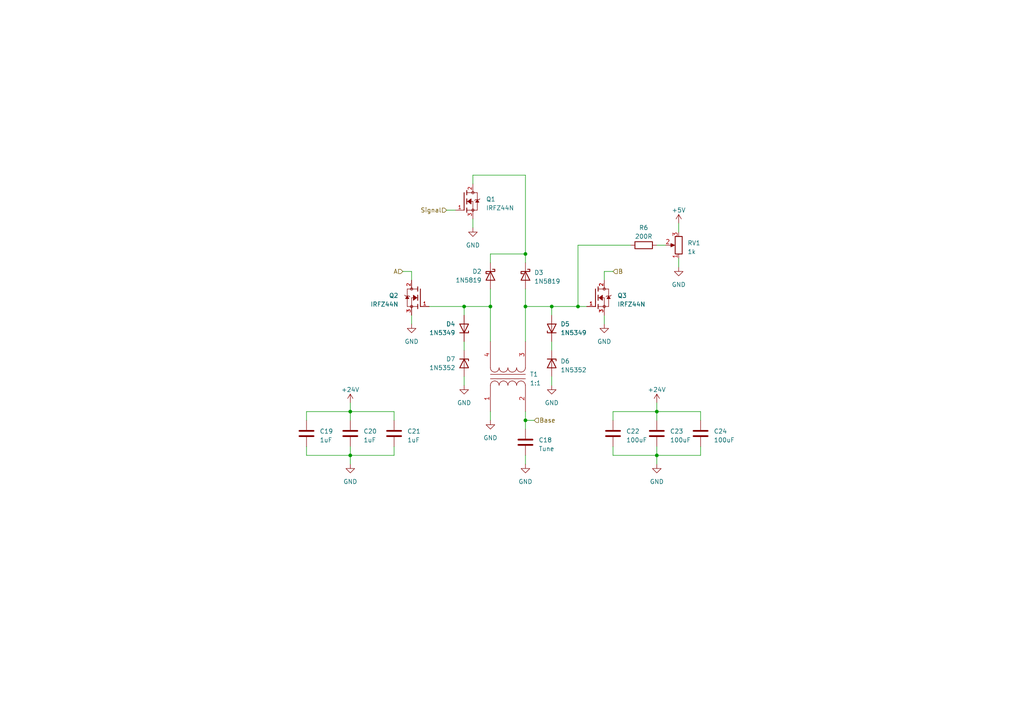
<source format=kicad_sch>
(kicad_sch (version 20230121) (generator eeschema)
  (paper "A4")
  (lib_symbols
    (symbol "Device:C" (pin_numbers hide) (pin_names (offset 0.254))
      (property "Reference" "C" (at 0.635 2.54 0))
      (property "Value" "C" (at 0.635 -2.54 0))
      (symbol "C_0_1"
        (polyline (pts (xy -2.032 -0.762) (xy 2.032 -0.762)) (stroke (width 0.508)))
        (polyline (pts (xy -2.032 0.762) (xy 2.032 0.762)) (stroke (width 0.508)))
      )
      (symbol "C_1_1"
        (pin passive line (at 0 3.81 270) (length 2.794) (name "~") (number "1"))
        (pin passive line (at 0 -3.81 90) (length 2.794) (name "~") (number "2"))
      )
    )
    (symbol "Device:D_Zener" (pin_numbers hide) (pin_names (offset 1.016) hide)
      (property "Reference" "D" (at 0 2.54 0))
      (property "Value" "D_Zener" (at 0 -2.54 0))
      (symbol "D_Zener_0_1"
        (polyline (pts (xy 1.27 0) (xy -1.27 0)))
        (polyline (pts (xy -1.27 -1.27) (xy -1.27 1.27) (xy -0.762 1.27)) (stroke (width 0.254)))
        (polyline (pts (xy 1.27 -1.27) (xy 1.27 1.27) (xy -1.27 0) (xy 1.27 -1.27)) (stroke (width 0.254)))
      )
      (symbol "D_Zener_1_1"
        (pin passive line (at -3.81 0 0) (length 2.54) (name "K") (number "1"))
        (pin passive line (at 3.81 0 180) (length 2.54) (name "A") (number "2"))
      )
    )
    (symbol "Device:R" (pin_numbers hide) (pin_names (offset 0))
      (property "Reference" "R" (at 2.032 0 90))
      (property "Value" "R" (at 0 0 90))
      (symbol "R_0_1"
        (rectangle (start -1.016 -2.54) (end 1.016 2.54) (stroke (width 0.254)))
      )
      (symbol "R_1_1"
        (pin passive line (at 0 3.81 270) (length 1.27) (name "~") (number "1"))
        (pin passive line (at 0 -3.81 90) (length 1.27) (name "~") (number "2"))
      )
    )
    (symbol "Device:R_Potentiometer" (pin_names (offset 1.016) hide)
      (property "Reference" "RV" (at -4.445 0 90))
      (property "Value" "R_Potentiometer" (at -2.54 0 90))
      (symbol "R_Potentiometer_0_1"
        (polyline (pts (xy 2.54 0) (xy 1.524 0)))
        (polyline (pts (xy 1.143 0) (xy 2.286 0.508) (xy 2.286 -0.508) (xy 1.143 0)) (fill (type outline)))
        (rectangle (start 1.016 2.54) (end -1.016 -2.54) (stroke (width 0.254)))
      )
      (symbol "R_Potentiometer_1_1"
        (pin passive line (at 0 3.81 270) (length 1.27) (name "1") (number "1"))
        (pin passive line (at 3.81 0 180) (length 1.27) (name "2") (number "2"))
        (pin passive line (at 0 -3.81 90) (length 1.27) (name "3") (number "3"))
      )
    )
    (symbol "Device:Transformer_1P_1S" (pin_names (offset 1.016) hide)
      (property "Reference" "T" (at 0 6.35 0))
      (property "Value" "Transformer_1P_1S" (at 0 -7.62 0))
      (symbol "Transformer_1P_1S_0_1"
        (arc (start -2.54 -5.0546) (mid -1.6599 -4.6901) (end -1.27 -3.81))
        (arc (start -2.54 -2.5146) (mid -1.6599 -2.1501) (end -1.27 -1.27))
        (arc (start -2.54 0.0254) (mid -1.6599 0.3899) (end -1.27 1.27))
        (arc (start -2.54 2.5654) (mid -1.6599 2.9299) (end -1.27 3.81))
        (arc (start -1.27 -3.81) (mid -1.642 -2.912) (end -2.54 -2.54))
        (arc (start -1.27 -1.27) (mid -1.642 -0.372) (end -2.54 0))
        (arc (start -1.27 1.27) (mid -1.642 2.168) (end -2.54 2.54))
        (arc (start -1.27 3.81) (mid -1.642 4.708) (end -2.54 5.08))
        (polyline (pts (xy -0.635 5.08) (xy -0.635 -5.08)))
        (polyline (pts (xy 0.635 -5.08) (xy 0.635 5.08)))
        (arc (start 1.2954 -1.27) (mid 1.6599 -2.1501) (end 2.54 -2.5146))
        (arc (start 1.2954 1.27) (mid 1.6599 0.3899) (end 2.54 0.0254))
        (arc (start 1.2954 3.81) (mid 1.6599 2.9299) (end 2.54 2.5654))
        (arc (start 1.3208 -3.81) (mid 1.6853 -4.6901) (end 2.5654 -5.0546))
        (arc (start 2.54 0) (mid 1.642 -0.372) (end 1.2954 -1.27))
        (arc (start 2.54 2.54) (mid 1.642 2.168) (end 1.2954 1.27))
        (arc (start 2.54 5.08) (mid 1.642 4.708) (end 1.2954 3.81))
        (arc (start 2.5654 -2.54) (mid 1.6674 -2.912) (end 1.3208 -3.81))
      )
      (symbol "Transformer_1P_1S_1_1"
        (pin passive line (at -10.16 5.08 0) (length 7.62) (name "AA") (number "1"))
        (pin passive line (at -10.16 -5.08 0) (length 7.62) (name "AB") (number "2"))
        (pin passive line (at 10.16 -5.08 180) (length 7.62) (name "SA") (number "3"))
        (pin passive line (at 10.16 5.08 180) (length 7.62) (name "SB") (number "4"))
      )
    )
    (symbol "Diode:1N5819" (pin_numbers hide) (pin_names (offset 1.016) hide)
      (property "Reference" "D" (at 0 2.54 0))
      (property "Value" "1N5819" (at 0 -2.54 0))
      (symbol "1N5819_0_1"
        (polyline (pts (xy 1.27 0) (xy -1.27 0)))
        (polyline (pts (xy 1.27 1.27) (xy 1.27 -1.27) (xy -1.27 0) (xy 1.27 1.27)) (stroke (width 0.254)))
        (polyline (pts (xy -1.905 0.635) (xy -1.905 1.27) (xy -1.27 1.27) (xy -1.27 -1.27) (xy -0.635 -1.27) (xy -0.635 -0.635)) (stroke (width 0.254)))
      )
      (symbol "1N5819_1_1"
        (pin passive line (at -3.81 0 0) (length 2.54) (name "K") (number "1"))
        (pin passive line (at 3.81 0 180) (length 2.54) (name "A") (number "2"))
      )
    )
    (symbol "IRFZ44N:IRFZ44N" (pin_names (offset 1.016))
      (property "Reference" "Q" (at -8.89 2.54 0))
      (property "Value" "IRFZ44N" (at -8.89 -7.62 0))
      (symbol "IRFZ44N_0_0"
        (polyline (pts (xy 0 2.54) (xy 0 -2.54)) (stroke (width 0.254)))
        (polyline (pts (xy 0.762 -2.54) (xy 0.762 -3.175)) (stroke (width 0.254)))
        (polyline (pts (xy 0.762 -1.905) (xy 0.762 -2.54)) (stroke (width 0.254)))
        (polyline (pts (xy 0.762 0) (xy 0.762 -0.762)) (stroke (width 0.254)))
        (polyline (pts (xy 0.762 0) (xy 2.54 0)) (stroke (width 0.1524)))
        (polyline (pts (xy 0.762 0.762) (xy 0.762 0)) (stroke (width 0.254)))
        (polyline (pts (xy 0.762 2.54) (xy 0.762 1.905)) (stroke (width 0.254)))
        (polyline (pts (xy 0.762 2.54) (xy 3.81 2.54)) (stroke (width 0.1524)))
        (polyline (pts (xy 0.762 3.175) (xy 0.762 2.54)) (stroke (width 0.254)))
        (polyline (pts (xy 2.54 -2.54) (xy 0.762 -2.54)) (stroke (width 0.1524)))
        (polyline (pts (xy 2.54 -2.54) (xy 3.81 -2.54)) (stroke (width 0.1524)))
        (polyline (pts (xy 2.54 0) (xy 2.54 -2.54)) (stroke (width 0.1524)))
        (polyline (pts (xy 3.302 0.508) (xy 3.048 0.254)) (stroke (width 0.1524)))
        (polyline (pts (xy 3.81 0.508) (xy 3.302 0.508)) (stroke (width 0.1524)))
        (polyline (pts (xy 3.81 0.508) (xy 3.81 -2.54)) (stroke (width 0.1524)))
        (polyline (pts (xy 3.81 2.54) (xy 3.81 0.508)) (stroke (width 0.1524)))
        (polyline (pts (xy 4.318 0.508) (xy 3.81 0.508)) (stroke (width 0.1524)))
        (polyline (pts (xy 4.572 0.762) (xy 4.318 0.508)) (stroke (width 0.1524)))
        (polyline (pts (xy 1.016 0) (xy 2.032 0.762) (xy 2.032 -0.762) (xy 1.016 0)) (stroke (width 0.1524)) (fill (type outline)))
        (polyline (pts (xy 3.81 0.508) (xy 3.302 -0.254) (xy 4.318 -0.254) (xy 3.81 0.508)) (stroke (width 0.1524)) (fill (type outline)))
        (circle (center 2.54 -2.54) (radius 0.3592))
        (circle (center 2.54 2.54) (radius 0.3592))
        (pin passive line (at -2.54 -2.54 0) (length 2.54) (name "~") (number "1"))
        (pin passive line (at 2.54 5.08 270) (length 2.54) (name "~") (number "2"))
        (pin passive line (at 2.54 -5.08 90) (length 2.54) (name "~") (number "3"))
      )
    )
    (symbol "power:+24V" (power) (pin_names (offset 0))
      (property "Value" "+24V" (at 0 3.556 0))
      (symbol "+24V_0_1"
        (polyline (pts (xy -0.762 1.27) (xy 0 2.54)))
        (polyline (pts (xy 0 0) (xy 0 2.54)))
        (polyline (pts (xy 0 2.54) (xy 0.762 1.27)))
      )
      (symbol "+24V_1_1"
        (pin power_in line (at 0 0 90) (length 0) hide (name "+24V") (number "1"))
      )
    )
    (symbol "power:+5V" (power) (pin_names (offset 0))
      (property "Value" "+5V" (at 0 3.556 0))
      (symbol "+5V_0_1"
        (polyline (pts (xy -0.762 1.27) (xy 0 2.54)))
        (polyline (pts (xy 0 0) (xy 0 2.54)))
        (polyline (pts (xy 0 2.54) (xy 0.762 1.27)))
      )
      (symbol "+5V_1_1"
        (pin power_in line (at 0 0 90) (length 0) hide (name "+5V") (number "1"))
      )
    )
    (symbol "power:GND" (power) (pin_names (offset 0))
      (property "Value" "GND" (at 0 -3.81 0))
      (symbol "GND_0_1"
        (polyline (pts (xy 0 0) (xy 0 -1.27) (xy 1.27 -1.27) (xy 0 -2.54) (xy -1.27 -1.27) (xy 0 -1.27)))
      )
      (symbol "GND_1_1"
        (pin power_in line (at 0 0 270) (length 0) hide (name "GND") (number "1"))
      )
    )
  )
  (junction (at 101.6 119.38))
  (junction (at 160.02 88.9))
  (junction (at 167.64 88.9))
  (junction (at 152.4 88.9))
  (junction (at 134.62 88.9))
  (junction (at 101.6 132.08))
  (junction (at 142.24 88.9))
  (junction (at 190.5 119.38))
  (junction (at 152.4 73.66))
  (junction (at 190.5 132.08))
  (junction (at 152.4 121.92))
  (wire (pts (xy 177.8 121.92) (xy 177.8 119.38)))
  (wire (pts (xy 152.4 121.92) (xy 154.94 121.92)))
  (wire (pts (xy 182.88 71.12) (xy 167.64 71.12)))
  (wire (pts (xy 160.02 88.9) (xy 160.02 91.44)))
  (wire (pts (xy 101.6 119.38) (xy 114.3 119.38)))
  (wire (pts (xy 190.5 132.08) (xy 203.2 132.08)))
  (wire (pts (xy 190.5 119.38) (xy 190.5 116.84)))
  (wire (pts (xy 134.62 88.9) (xy 142.24 88.9)))
  (wire (pts (xy 134.62 109.22) (xy 134.62 111.76)))
  (wire (pts (xy 177.8 132.08) (xy 177.8 129.54)))
  (wire (pts (xy 142.24 88.9) (xy 142.24 99.06)))
  (wire (pts (xy 88.9 119.38) (xy 88.9 121.92)))
  (wire (pts (xy 160.02 109.22) (xy 160.02 111.76)))
  (wire (pts (xy 142.24 119.38) (xy 142.24 121.92)))
  (wire (pts (xy 160.02 88.9) (xy 167.64 88.9)))
  (wire (pts (xy 142.24 76.2) (xy 142.24 73.66)))
  (wire (pts (xy 190.5 119.38) (xy 203.2 119.38)))
  (wire (pts (xy 137.16 50.8) (xy 137.16 53.34)))
  (wire (pts (xy 175.26 91.44) (xy 175.26 93.98)))
  (wire (pts (xy 190.5 119.38) (xy 190.5 121.92)))
  (wire (pts (xy 203.2 119.38) (xy 203.2 121.92)))
  (wire (pts (xy 152.4 132.08) (xy 152.4 134.62)))
  (wire (pts (xy 152.4 119.38) (xy 152.4 121.92)))
  (wire (pts (xy 152.4 73.66) (xy 152.4 76.2)))
  (wire (pts (xy 196.85 74.93) (xy 196.85 77.47)))
  (wire (pts (xy 152.4 83.82) (xy 152.4 88.9)))
  (wire (pts (xy 160.02 99.06) (xy 160.02 101.6)))
  (wire (pts (xy 101.6 119.38) (xy 88.9 119.38)))
  (wire (pts (xy 101.6 116.84) (xy 101.6 119.38)))
  (wire (pts (xy 175.26 78.74) (xy 177.8 78.74)))
  (wire (pts (xy 167.64 88.9) (xy 170.18 88.9)))
  (wire (pts (xy 101.6 132.08) (xy 101.6 134.62)))
  (wire (pts (xy 190.5 129.54) (xy 190.5 132.08)))
  (wire (pts (xy 129.54 60.96) (xy 132.08 60.96)))
  (wire (pts (xy 114.3 119.38) (xy 114.3 121.92)))
  (wire (pts (xy 124.46 88.9) (xy 134.62 88.9)))
  (wire (pts (xy 152.4 121.92) (xy 152.4 124.46)))
  (wire (pts (xy 167.64 71.12) (xy 167.64 88.9)))
  (wire (pts (xy 152.4 73.66) (xy 152.4 50.8)))
  (wire (pts (xy 177.8 119.38) (xy 190.5 119.38)))
  (wire (pts (xy 152.4 88.9) (xy 160.02 88.9)))
  (wire (pts (xy 196.85 64.77) (xy 196.85 67.31)))
  (wire (pts (xy 190.5 132.08) (xy 177.8 132.08)))
  (wire (pts (xy 190.5 71.12) (xy 193.04 71.12)))
  (wire (pts (xy 152.4 88.9) (xy 152.4 99.06)))
  (wire (pts (xy 101.6 132.08) (xy 114.3 132.08)))
  (wire (pts (xy 134.62 88.9) (xy 134.62 91.44)))
  (wire (pts (xy 203.2 132.08) (xy 203.2 129.54)))
  (wire (pts (xy 101.6 132.08) (xy 88.9 132.08)))
  (wire (pts (xy 142.24 88.9) (xy 142.24 83.82)))
  (wire (pts (xy 137.16 63.5) (xy 137.16 66.04)))
  (wire (pts (xy 101.6 119.38) (xy 101.6 121.92)))
  (wire (pts (xy 119.38 91.44) (xy 119.38 93.98)))
  (wire (pts (xy 142.24 73.66) (xy 152.4 73.66)))
  (wire (pts (xy 175.26 81.28) (xy 175.26 78.74)))
  (wire (pts (xy 114.3 132.08) (xy 114.3 129.54)))
  (wire (pts (xy 116.84 78.74) (xy 119.38 78.74)))
  (wire (pts (xy 134.62 99.06) (xy 134.62 101.6)))
  (wire (pts (xy 88.9 132.08) (xy 88.9 129.54)))
  (wire (pts (xy 101.6 129.54) (xy 101.6 132.08)))
  (wire (pts (xy 190.5 132.08) (xy 190.5 134.62)))
  (wire (pts (xy 152.4 50.8) (xy 137.16 50.8)))
  (wire (pts (xy 119.38 78.74) (xy 119.38 81.28)))
  (hierarchical_label "Signal" (shape input) (at 129.54 60.96 180))
  (hierarchical_label "B" (shape input) (at 177.8 78.74 0))
  (hierarchical_label "A" (shape input) (at 116.84 78.74 180))
  (hierarchical_label "Base" (shape input) (at 154.94 121.92 0))
  (symbol (lib_id "Device:D_Zener") (at 160.02 95.25 90) (unit 1)
    (property "Reference" "D5" (at 162.56 93.98 90) (effects (justify right)))
    (property "Value" "1N5349" (at 162.56 96.52 90) (effects (justify right)))
  )
  (symbol (lib_id "power:GND") (at 190.5 134.62 0) (unit 1)
    (property "Reference" "#PWR045" (effects hide))
    (property "Value" "GND" (at 190.5 139.7 0))
  )
  (symbol (lib_id "Diode:1N5819") (at 152.4 80.01 270) (unit 1)
    (property "Reference" "D3" (at 154.94 79.0575 90) (effects (justify left)))
    (property "Value" "1N5819" (at 154.94 81.5975 90) (effects (justify left)))
    (property "Footprint" "Diode_THT:D_DO-41_SOD81_P10.16mm_Horizontal" (effects hide))
    (property "Datasheet" "http://www.vishay.com/docs/88525/1n5817.pdf" (effects hide))
  )
  (symbol (lib_id "Device:C") (at 101.6 125.73 0) (unit 1)
    (property "Reference" "C20" (at 105.41 125.095 0) (effects (justify left)))
    (property "Value" "1uF" (at 105.41 127.635 0) (effects (justify left)))
  )
  (symbol (lib_id "power:GND") (at 152.4 134.62 0) (unit 1)
    (property "Reference" "#PWR041" (effects hide))
    (property "Value" "GND" (at 152.4 139.7 0))
  )
  (symbol (lib_id "Device:C") (at 114.3 125.73 0) (unit 1)
    (property "Reference" "C21" (at 118.11 125.095 0) (effects (justify left)))
    (property "Value" "1uF" (at 118.11 127.635 0) (effects (justify left)))
  )
  (symbol (lib_id "power:GND") (at 175.26 93.98 0) (unit 1)
    (property "Reference" "#PWR035" (effects hide))
    (property "Value" "GND" (at 175.26 99.06 0))
  )
  (symbol (lib_id "power:GND") (at 134.62 111.76 0) (unit 1)
    (property "Reference" "#PWR036" (effects hide))
    (property "Value" "GND" (at 134.62 116.84 0))
  )
  (symbol (lib_id "Diode:1N5819") (at 142.24 80.01 270) (unit 1)
    (property "Reference" "D2" (at 139.7 78.74 90) (effects (justify right)))
    (property "Value" "1N5819" (at 139.7 81.28 90) (effects (justify right)))
    (property "Footprint" "Diode_THT:D_DO-41_SOD81_P10.16mm_Horizontal" (effects hide))
    (property "Datasheet" "http://www.vishay.com/docs/88525/1n5817.pdf" (effects hide))
  )
  (symbol (lib_id "power:GND") (at 101.6 134.62 0) (unit 1)
    (property "Reference" "#PWR042" (effects hide))
    (property "Value" "GND" (at 101.6 139.7 0))
  )
  (symbol (lib_id "Device:C") (at 88.9 125.73 0) (unit 1)
    (property "Reference" "C19" (at 92.71 125.095 0) (effects (justify left)))
    (property "Value" "1uF" (at 92.71 127.635 0) (effects (justify left)))
  )
  (symbol (lib_id "Device:C") (at 203.2 125.73 0) (unit 1)
    (property "Reference" "C24" (at 207.01 125.095 0) (effects (justify left)))
    (property "Value" "100uF" (at 207.01 127.635 0) (effects (justify left)))
  )
  (symbol (lib_id "Device:R") (at 186.69 71.12 90) (unit 1)
    (property "Reference" "R6" (at 186.69 66.04 90))
    (property "Value" "200R" (at 186.69 68.58 90))
  )
  (symbol (lib_id "power:GND") (at 119.38 93.98 0) (unit 1)
    (property "Reference" "#PWR034" (effects hide))
    (property "Value" "GND" (at 119.38 99.06 0))
  )
  (symbol (lib_id "Device:Transformer_1P_1S") (at 147.32 109.22 90) (unit 1)
    (property "Reference" "T1" (at 153.67 108.5723 90) (effects (justify right)))
    (property "Value" "1:1" (at 153.67 111.1123 90) (effects (justify right)))
  )
  (symbol (lib_id "Device:D_Zener") (at 134.62 95.25 270) (mirror x) (unit 1)
    (property "Reference" "D4" (at 132.08 93.98 90) (effects (justify right)))
    (property "Value" "1N5349" (at 132.08 96.52 90) (effects (justify right)))
  )
  (symbol (lib_id "power:+24V") (at 190.5 116.84 0) (unit 1)
    (property "Reference" "#PWR044" (effects hide))
    (property "Value" "+24V" (at 190.5 113.03 0))
  )
  (symbol (lib_id "Device:C") (at 190.5 125.73 0) (unit 1)
    (property "Reference" "C23" (at 194.31 125.095 0) (effects (justify left)))
    (property "Value" "100uF" (at 194.31 127.635 0) (effects (justify left)))
  )
  (symbol (lib_id "power:GND") (at 160.02 111.76 0) (unit 1)
    (property "Reference" "#PWR037" (effects hide))
    (property "Value" "GND" (at 160.02 116.84 0))
  )
  (symbol (lib_id "IRFZ44N:IRFZ44N") (at 134.62 58.42 0) (unit 1)
    (property "Reference" "Q1" (at 140.97 57.785 0) (effects (justify left)))
    (property "Value" "IRFZ44N" (at 140.97 60.325 0) (effects (justify left)))
    (property "Footprint" "IRFZ44N:TO254P1016X419X2286-3" (effects hide))
    (property "MF" "Infineon Technologies" (effects hide))
    (property "MAXIMUM_PACKAGE_HEIGHT" "22.86 mm" (effects hide))
    (property "Package" "TO-220-3 Infineon" (effects hide))
    (property "Price" "None" (effects hide))
    (property "Check_prices" "https://www.snapeda.com/parts/IRFZ44N/Infineon+Technologies/view-part/?ref=eda" (effects hide))
    (property "STANDARD" "IPC 7351B" (effects hide))
    (property "PARTREV" "09/21/10" (effects hide))
    (property "SnapEDA_Link" "https://www.snapeda.com/parts/IRFZ44N/Infineon+Technologies/view-part/?ref=snap" (effects hide))
    (property "MP" "IRFZ44N" (effects hide))
    (property "Purchase-URL" "https://www.snapeda.com/api/url_track_click_mouser/?unipart_id=558410&manufacturer=Infineon Technologies&part_name=IRFZ44N&search_term=None" (effects hide))
    (property "Description" "\nN-Channel 55 V 49A (Tc) 94W (Tc) Through Hole TO-220AB\n" (effects hide))
    (property "SNAPEDA_PN" "IRFZ44N" (effects hide))
    (property "Availability" "In Stock" (effects hide))
    (property "MANUFACTURER" "Infineon" (effects hide))
  )
  (symbol (lib_id "power:GND") (at 142.24 121.92 0) (unit 1)
    (property "Reference" "#PWR040" (effects hide))
    (property "Value" "GND" (at 142.24 127 0))
  )
  (symbol (lib_id "IRFZ44N:IRFZ44N") (at 121.92 86.36 0) (mirror y) (unit 1)
    (property "Reference" "Q2" (at 115.57 85.725 0) (effects (justify left)))
    (property "Value" "IRFZ44N" (at 115.57 88.265 0) (effects (justify left)))
    (property "Footprint" "IRFZ44N:TO254P1016X419X2286-3" (effects hide))
    (property "MF" "Infineon Technologies" (effects hide))
    (property "MAXIMUM_PACKAGE_HEIGHT" "22.86 mm" (effects hide))
    (property "Package" "TO-220-3 Infineon" (effects hide))
    (property "Price" "None" (effects hide))
    (property "Check_prices" "https://www.snapeda.com/parts/IRFZ44N/Infineon+Technologies/view-part/?ref=eda" (effects hide))
    (property "STANDARD" "IPC 7351B" (effects hide))
    (property "PARTREV" "09/21/10" (effects hide))
    (property "SnapEDA_Link" "https://www.snapeda.com/parts/IRFZ44N/Infineon+Technologies/view-part/?ref=snap" (effects hide))
    (property "MP" "IRFZ44N" (effects hide))
    (property "Purchase-URL" "https://www.snapeda.com/api/url_track_click_mouser/?unipart_id=558410&manufacturer=Infineon Technologies&part_name=IRFZ44N&search_term=None" (effects hide))
    (property "Description" "\nN-Channel 55 V 49A (Tc) 94W (Tc) Through Hole TO-220AB\n" (effects hide))
    (property "SNAPEDA_PN" "IRFZ44N" (effects hide))
    (property "Availability" "In Stock" (effects hide))
    (property "MANUFACTURER" "Infineon" (effects hide))
  )
  (symbol (lib_id "power:+5V") (at 196.85 64.77 0) (unit 1)
    (property "Reference" "#PWR043" (effects hide))
    (property "Value" "+5V" (at 196.85 60.96 0))
  )
  (symbol (lib_id "power:GND") (at 137.16 66.04 0) (unit 1)
    (property "Reference" "#PWR033" (effects hide))
    (property "Value" "GND" (at 137.16 71.12 0))
  )
  (symbol (lib_id "Device:D_Zener") (at 134.62 105.41 270) (unit 1)
    (property "Reference" "D7" (at 132.08 104.14 90) (effects (justify right)))
    (property "Value" "1N5352" (at 132.08 106.68 90) (effects (justify right)))
  )
  (symbol (lib_id "power:+24V") (at 101.6 116.84 0) (unit 1)
    (property "Reference" "#PWR039" (effects hide))
    (property "Value" "+24V" (at 101.6 113.03 0))
  )
  (symbol (lib_id "Device:C") (at 152.4 128.27 0) (unit 1)
    (property "Reference" "C18" (at 156.21 127.635 0) (effects (justify left)))
    (property "Value" "Tune" (at 156.21 130.175 0) (effects (justify left)))
  )
  (symbol (lib_id "Device:D_Zener") (at 160.02 105.41 270) (unit 1)
    (property "Reference" "D6" (at 162.56 104.775 90) (effects (justify left)))
    (property "Value" "1N5352" (at 162.56 107.315 90) (effects (justify left)))
  )
  (symbol (lib_id "IRFZ44N:IRFZ44N") (at 172.72 86.36 0) (unit 1)
    (property "Reference" "Q3" (at 179.07 85.725 0) (effects (justify left)))
    (property "Value" "IRFZ44N" (at 179.07 88.265 0) (effects (justify left)))
    (property "Footprint" "IRFZ44N:TO254P1016X419X2286-3" (effects hide))
    (property "MF" "Infineon Technologies" (effects hide))
    (property "MAXIMUM_PACKAGE_HEIGHT" "22.86 mm" (effects hide))
    (property "Package" "TO-220-3 Infineon" (effects hide))
    (property "Price" "None" (effects hide))
    (property "Check_prices" "https://www.snapeda.com/parts/IRFZ44N/Infineon+Technologies/view-part/?ref=eda" (effects hide))
    (property "STANDARD" "IPC 7351B" (effects hide))
    (property "PARTREV" "09/21/10" (effects hide))
    (property "SnapEDA_Link" "https://www.snapeda.com/parts/IRFZ44N/Infineon+Technologies/view-part/?ref=snap" (effects hide))
    (property "MP" "IRFZ44N" (effects hide))
    (property "Purchase-URL" "https://www.snapeda.com/api/url_track_click_mouser/?unipart_id=558410&manufacturer=Infineon Technologies&part_name=IRFZ44N&search_term=None" (effects hide))
    (property "Description" "\nN-Channel 55 V 49A (Tc) 94W (Tc) Through Hole TO-220AB\n" (effects hide))
    (property "SNAPEDA_PN" "IRFZ44N" (effects hide))
    (property "Availability" "In Stock" (effects hide))
    (property "MANUFACTURER" "Infineon" (effects hide))
  )
  (symbol (lib_id "Device:R_Potentiometer") (at 196.85 71.12 180) (unit 1)
    (property "Reference" "RV1" (at 199.39 70.485 0) (effects (justify right)))
    (property "Value" "1k" (at 199.39 73.025 0) (effects (justify right)))
  )
  (symbol (lib_id "Device:C") (at 177.8 125.73 0) (unit 1)
    (property "Reference" "C22" (at 181.61 125.095 0) (effects (justify left)))
    (property "Value" "100uF" (at 181.61 127.635 0) (effects (justify left)))
  )
  (symbol (lib_id "power:GND") (at 196.85 77.47 0) (unit 1)
    (property "Reference" "#PWR038" (effects hide))
    (property "Value" "GND" (at 196.85 82.55 0))
  )
)
</source>
